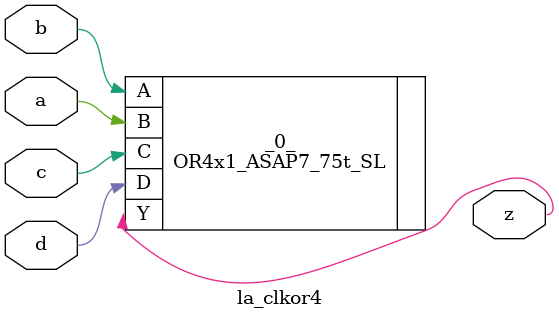
<source format=v>

/* Generated by Yosys 0.44 (git sha1 80ba43d26, g++ 11.4.0-1ubuntu1~22.04 -fPIC -O3) */

(* top =  1  *)
(* src = "generated" *)
module la_clkor4 (
    a,
    b,
    c,
    d,
    z
);
  (* src = "generated" *)
  input a;
  wire a;
  (* src = "generated" *)
  input b;
  wire b;
  (* src = "generated" *)
  input c;
  wire c;
  (* src = "generated" *)
  input d;
  wire d;
  (* src = "generated" *)
  output z;
  wire z;
  OR4x1_ASAP7_75t_SL _0_ (
      .A(b),
      .B(a),
      .C(c),
      .D(d),
      .Y(z)
  );
endmodule

</source>
